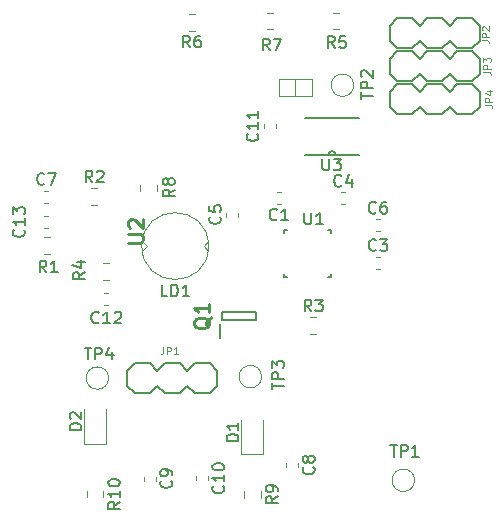
<source format=gto>
G04 #@! TF.GenerationSoftware,KiCad,Pcbnew,(5.1.5)-2*
G04 #@! TF.CreationDate,2020-04-29T22:29:47+05:00*
G04 #@! TF.ProjectId,interferometer,696e7465-7266-4657-926f-6d657465722e,1*
G04 #@! TF.SameCoordinates,Original*
G04 #@! TF.FileFunction,Legend,Top*
G04 #@! TF.FilePolarity,Positive*
%FSLAX46Y46*%
G04 Gerber Fmt 4.6, Leading zero omitted, Abs format (unit mm)*
G04 Created by KiCad (PCBNEW (5.1.5)-2) date 2020-04-29 22:29:47*
%MOMM*%
%LPD*%
G04 APERTURE LIST*
%ADD10C,0.120000*%
%ADD11C,0.152400*%
%ADD12C,0.069200*%
%ADD13C,0.200000*%
%ADD14C,0.100000*%
%ADD15C,0.203200*%
%ADD16C,0.150000*%
%ADD17C,0.254000*%
G04 APERTURE END LIST*
D10*
X161579779Y-91946000D02*
X161254221Y-91946000D01*
X161579779Y-92966000D02*
X161254221Y-92966000D01*
X169636221Y-98427000D02*
X169961779Y-98427000D01*
X169636221Y-97407000D02*
X169961779Y-97407000D01*
X166715221Y-92966000D02*
X167040779Y-92966000D01*
X166715221Y-91946000D02*
X167040779Y-91946000D01*
X157990000Y-94015779D02*
X157990000Y-93690221D01*
X156970000Y-94015779D02*
X156970000Y-93690221D01*
X169636221Y-95252000D02*
X169961779Y-95252000D01*
X169636221Y-94232000D02*
X169961779Y-94232000D01*
X141569221Y-92839000D02*
X141894779Y-92839000D01*
X141569221Y-91819000D02*
X141894779Y-91819000D01*
X162050000Y-114899221D02*
X162050000Y-115224779D01*
X163070000Y-114899221D02*
X163070000Y-115224779D01*
X149985000Y-116049721D02*
X149985000Y-116375279D01*
X151005000Y-116049721D02*
X151005000Y-116375279D01*
X154390000Y-116024721D02*
X154390000Y-116350279D01*
X155410000Y-116024721D02*
X155410000Y-116350279D01*
X161165000Y-86522779D02*
X161165000Y-86197221D01*
X160145000Y-86522779D02*
X160145000Y-86197221D01*
X146649221Y-101475000D02*
X146974779Y-101475000D01*
X146649221Y-100455000D02*
X146974779Y-100455000D01*
X141894779Y-93978000D02*
X141569221Y-93978000D01*
X141894779Y-94998000D02*
X141569221Y-94998000D01*
X160041000Y-114153000D02*
X160041000Y-111268000D01*
X158221000Y-114153000D02*
X160041000Y-114153000D01*
X158221000Y-111268000D02*
X158221000Y-114153000D01*
X146756800Y-113238600D02*
X146756800Y-110353600D01*
X144936800Y-113238600D02*
X146756800Y-113238600D01*
X144936800Y-110353600D02*
X144936800Y-113238600D01*
X165984422Y-78180000D02*
X166501578Y-78180000D01*
X165984422Y-76760000D02*
X166501578Y-76760000D01*
X154309578Y-76887000D02*
X153792422Y-76887000D01*
X154309578Y-78307000D02*
X153792422Y-78307000D01*
X160396422Y-78180000D02*
X160913578Y-78180000D01*
X160396422Y-76760000D02*
X160913578Y-76760000D01*
X149658000Y-91308422D02*
X149658000Y-91825578D01*
X151078000Y-91308422D02*
X151078000Y-91825578D01*
X158497200Y-117292622D02*
X158497200Y-117809778D01*
X159917200Y-117292622D02*
X159917200Y-117809778D01*
X145136800Y-117278922D02*
X145136800Y-117796078D01*
X146556800Y-117278922D02*
X146556800Y-117796078D01*
D11*
X162114860Y-95173800D02*
X161856100Y-95173800D01*
X165843900Y-95432560D02*
X165843900Y-95173800D01*
X165585140Y-99161600D02*
X165843900Y-99161600D01*
X161856100Y-99161600D02*
X162114860Y-99161600D01*
X161856100Y-95173800D02*
X161856100Y-95432560D01*
X165843900Y-95173800D02*
X165585140Y-95173800D01*
X165843900Y-99161600D02*
X165843900Y-98902840D01*
X161856100Y-98902840D02*
X161856100Y-99161600D01*
D12*
X162800000Y-83800000D02*
X162800000Y-82400000D01*
X162800000Y-82400000D02*
X161400000Y-82400000D01*
X161400000Y-82400000D02*
X161400000Y-83800000D01*
X161400000Y-83800000D02*
X164200000Y-83800000D01*
X164200000Y-83800000D02*
X164200000Y-82400000D01*
X164200000Y-82400000D02*
X162800000Y-82400000D01*
D13*
X156410000Y-104290000D02*
X156410000Y-103090000D01*
X159460000Y-102740000D02*
X156560000Y-102740000D01*
X159460000Y-102140000D02*
X159460000Y-102740000D01*
X156560000Y-102140000D02*
X159460000Y-102140000D01*
X156560000Y-102740000D02*
X156560000Y-102140000D01*
D10*
X147000000Y-107696000D02*
G75*
G03X147000000Y-107696000I-950000J0D01*
G01*
X159954000Y-107569000D02*
G75*
G03X159954000Y-107569000I-950000J0D01*
G01*
X167750000Y-82900000D02*
G75*
G03X167750000Y-82900000I-950000J0D01*
G01*
X172910000Y-116350000D02*
G75*
G03X172910000Y-116350000I-950000J0D01*
G01*
X146553422Y-99389000D02*
X147070578Y-99389000D01*
X146553422Y-97969000D02*
X147070578Y-97969000D01*
X164079422Y-103961000D02*
X164596578Y-103961000D01*
X164079422Y-102541000D02*
X164596578Y-102541000D01*
X146054578Y-91619000D02*
X145537422Y-91619000D01*
X146054578Y-93039000D02*
X145537422Y-93039000D01*
X141503922Y-97210000D02*
X142021078Y-97210000D01*
X141503922Y-95790000D02*
X142021078Y-95790000D01*
D11*
X166222799Y-88773000D02*
G75*
G03X165613199Y-88773000I-304800J0D01*
G01*
X163670099Y-88773000D02*
X168165899Y-88773000D01*
X168165899Y-85674200D02*
X163670099Y-85674200D01*
D14*
X150238000Y-96520000D02*
X149838000Y-96120000D01*
X150238000Y-96520000D02*
X149838000Y-96920000D01*
X155038000Y-96520000D02*
X155438000Y-96120000D01*
X155038000Y-96520000D02*
X155438000Y-96920000D01*
X155466427Y-96520000D02*
G75*
G03X155466427Y-96520000I-2828427J0D01*
G01*
D15*
X170815000Y-81915000D02*
X170815000Y-80645000D01*
X176530000Y-80010000D02*
X177800000Y-80010000D01*
X178435000Y-80645000D02*
X177800000Y-80010000D01*
X177800000Y-82550000D02*
X178435000Y-81915000D01*
X178435000Y-81915000D02*
X178435000Y-80645000D01*
X175260000Y-80010000D02*
X175895000Y-80645000D01*
X173990000Y-80010000D02*
X175260000Y-80010000D01*
X173355000Y-80645000D02*
X173990000Y-80010000D01*
X173990000Y-82550000D02*
X173355000Y-81915000D01*
X175260000Y-82550000D02*
X173990000Y-82550000D01*
X175895000Y-81915000D02*
X175260000Y-82550000D01*
X175895000Y-80645000D02*
X176530000Y-80010000D01*
X176530000Y-82550000D02*
X175895000Y-81915000D01*
X177800000Y-82550000D02*
X176530000Y-82550000D01*
X172720000Y-80010000D02*
X173355000Y-80645000D01*
X171450000Y-80010000D02*
X172720000Y-80010000D01*
X170815000Y-80645000D02*
X171450000Y-80010000D01*
X171450000Y-82550000D02*
X170815000Y-81915000D01*
X172720000Y-82550000D02*
X171450000Y-82550000D01*
X173355000Y-81915000D02*
X172720000Y-82550000D01*
X170815000Y-79121000D02*
X170815000Y-77851000D01*
X176530000Y-77216000D02*
X177800000Y-77216000D01*
X178435000Y-77851000D02*
X177800000Y-77216000D01*
X177800000Y-79756000D02*
X178435000Y-79121000D01*
X178435000Y-79121000D02*
X178435000Y-77851000D01*
X175260000Y-77216000D02*
X175895000Y-77851000D01*
X173990000Y-77216000D02*
X175260000Y-77216000D01*
X173355000Y-77851000D02*
X173990000Y-77216000D01*
X173990000Y-79756000D02*
X173355000Y-79121000D01*
X175260000Y-79756000D02*
X173990000Y-79756000D01*
X175895000Y-79121000D02*
X175260000Y-79756000D01*
X175895000Y-77851000D02*
X176530000Y-77216000D01*
X176530000Y-79756000D02*
X175895000Y-79121000D01*
X177800000Y-79756000D02*
X176530000Y-79756000D01*
X172720000Y-77216000D02*
X173355000Y-77851000D01*
X171450000Y-77216000D02*
X172720000Y-77216000D01*
X170815000Y-77851000D02*
X171450000Y-77216000D01*
X171450000Y-79756000D02*
X170815000Y-79121000D01*
X172720000Y-79756000D02*
X171450000Y-79756000D01*
X173355000Y-79121000D02*
X172720000Y-79756000D01*
X148590000Y-108331000D02*
X148590000Y-107061000D01*
X154305000Y-106426000D02*
X155575000Y-106426000D01*
X156210000Y-107061000D02*
X155575000Y-106426000D01*
X155575000Y-108966000D02*
X156210000Y-108331000D01*
X156210000Y-108331000D02*
X156210000Y-107061000D01*
X153035000Y-106426000D02*
X153670000Y-107061000D01*
X151765000Y-106426000D02*
X153035000Y-106426000D01*
X151130000Y-107061000D02*
X151765000Y-106426000D01*
X151765000Y-108966000D02*
X151130000Y-108331000D01*
X153035000Y-108966000D02*
X151765000Y-108966000D01*
X153670000Y-108331000D02*
X153035000Y-108966000D01*
X153670000Y-107061000D02*
X154305000Y-106426000D01*
X154305000Y-108966000D02*
X153670000Y-108331000D01*
X155575000Y-108966000D02*
X154305000Y-108966000D01*
X150495000Y-106426000D02*
X151130000Y-107061000D01*
X149225000Y-106426000D02*
X150495000Y-106426000D01*
X148590000Y-107061000D02*
X149225000Y-106426000D01*
X149225000Y-108966000D02*
X148590000Y-108331000D01*
X150495000Y-108966000D02*
X149225000Y-108966000D01*
X151130000Y-108331000D02*
X150495000Y-108966000D01*
X170815000Y-84709000D02*
X170815000Y-83439000D01*
X176530000Y-82804000D02*
X177800000Y-82804000D01*
X178435000Y-83439000D02*
X177800000Y-82804000D01*
X177800000Y-85344000D02*
X178435000Y-84709000D01*
X178435000Y-84709000D02*
X178435000Y-83439000D01*
X175260000Y-82804000D02*
X175895000Y-83439000D01*
X173990000Y-82804000D02*
X175260000Y-82804000D01*
X173355000Y-83439000D02*
X173990000Y-82804000D01*
X173990000Y-85344000D02*
X173355000Y-84709000D01*
X175260000Y-85344000D02*
X173990000Y-85344000D01*
X175895000Y-84709000D02*
X175260000Y-85344000D01*
X175895000Y-83439000D02*
X176530000Y-82804000D01*
X176530000Y-85344000D02*
X175895000Y-84709000D01*
X177800000Y-85344000D02*
X176530000Y-85344000D01*
X172720000Y-82804000D02*
X173355000Y-83439000D01*
X171450000Y-82804000D02*
X172720000Y-82804000D01*
X170815000Y-83439000D02*
X171450000Y-82804000D01*
X171450000Y-85344000D02*
X170815000Y-84709000D01*
X172720000Y-85344000D02*
X171450000Y-85344000D01*
X173355000Y-84709000D02*
X172720000Y-85344000D01*
D16*
X161250333Y-94243142D02*
X161202714Y-94290761D01*
X161059857Y-94338380D01*
X160964619Y-94338380D01*
X160821761Y-94290761D01*
X160726523Y-94195523D01*
X160678904Y-94100285D01*
X160631285Y-93909809D01*
X160631285Y-93766952D01*
X160678904Y-93576476D01*
X160726523Y-93481238D01*
X160821761Y-93386000D01*
X160964619Y-93338380D01*
X161059857Y-93338380D01*
X161202714Y-93386000D01*
X161250333Y-93433619D01*
X162202714Y-94338380D02*
X161631285Y-94338380D01*
X161917000Y-94338380D02*
X161917000Y-93338380D01*
X161821761Y-93481238D01*
X161726523Y-93576476D01*
X161631285Y-93624095D01*
X169632333Y-96844142D02*
X169584714Y-96891761D01*
X169441857Y-96939380D01*
X169346619Y-96939380D01*
X169203761Y-96891761D01*
X169108523Y-96796523D01*
X169060904Y-96701285D01*
X169013285Y-96510809D01*
X169013285Y-96367952D01*
X169060904Y-96177476D01*
X169108523Y-96082238D01*
X169203761Y-95987000D01*
X169346619Y-95939380D01*
X169441857Y-95939380D01*
X169584714Y-95987000D01*
X169632333Y-96034619D01*
X169965666Y-95939380D02*
X170584714Y-95939380D01*
X170251380Y-96320333D01*
X170394238Y-96320333D01*
X170489476Y-96367952D01*
X170537095Y-96415571D01*
X170584714Y-96510809D01*
X170584714Y-96748904D01*
X170537095Y-96844142D01*
X170489476Y-96891761D01*
X170394238Y-96939380D01*
X170108523Y-96939380D01*
X170013285Y-96891761D01*
X169965666Y-96844142D01*
X166711333Y-91383142D02*
X166663714Y-91430761D01*
X166520857Y-91478380D01*
X166425619Y-91478380D01*
X166282761Y-91430761D01*
X166187523Y-91335523D01*
X166139904Y-91240285D01*
X166092285Y-91049809D01*
X166092285Y-90906952D01*
X166139904Y-90716476D01*
X166187523Y-90621238D01*
X166282761Y-90526000D01*
X166425619Y-90478380D01*
X166520857Y-90478380D01*
X166663714Y-90526000D01*
X166711333Y-90573619D01*
X167568476Y-90811714D02*
X167568476Y-91478380D01*
X167330380Y-90430761D02*
X167092285Y-91145047D01*
X167711333Y-91145047D01*
X156407142Y-94019666D02*
X156454761Y-94067285D01*
X156502380Y-94210142D01*
X156502380Y-94305380D01*
X156454761Y-94448238D01*
X156359523Y-94543476D01*
X156264285Y-94591095D01*
X156073809Y-94638714D01*
X155930952Y-94638714D01*
X155740476Y-94591095D01*
X155645238Y-94543476D01*
X155550000Y-94448238D01*
X155502380Y-94305380D01*
X155502380Y-94210142D01*
X155550000Y-94067285D01*
X155597619Y-94019666D01*
X155502380Y-93114904D02*
X155502380Y-93591095D01*
X155978571Y-93638714D01*
X155930952Y-93591095D01*
X155883333Y-93495857D01*
X155883333Y-93257761D01*
X155930952Y-93162523D01*
X155978571Y-93114904D01*
X156073809Y-93067285D01*
X156311904Y-93067285D01*
X156407142Y-93114904D01*
X156454761Y-93162523D01*
X156502380Y-93257761D01*
X156502380Y-93495857D01*
X156454761Y-93591095D01*
X156407142Y-93638714D01*
X169632333Y-93669142D02*
X169584714Y-93716761D01*
X169441857Y-93764380D01*
X169346619Y-93764380D01*
X169203761Y-93716761D01*
X169108523Y-93621523D01*
X169060904Y-93526285D01*
X169013285Y-93335809D01*
X169013285Y-93192952D01*
X169060904Y-93002476D01*
X169108523Y-92907238D01*
X169203761Y-92812000D01*
X169346619Y-92764380D01*
X169441857Y-92764380D01*
X169584714Y-92812000D01*
X169632333Y-92859619D01*
X170489476Y-92764380D02*
X170299000Y-92764380D01*
X170203761Y-92812000D01*
X170156142Y-92859619D01*
X170060904Y-93002476D01*
X170013285Y-93192952D01*
X170013285Y-93573904D01*
X170060904Y-93669142D01*
X170108523Y-93716761D01*
X170203761Y-93764380D01*
X170394238Y-93764380D01*
X170489476Y-93716761D01*
X170537095Y-93669142D01*
X170584714Y-93573904D01*
X170584714Y-93335809D01*
X170537095Y-93240571D01*
X170489476Y-93192952D01*
X170394238Y-93145333D01*
X170203761Y-93145333D01*
X170108523Y-93192952D01*
X170060904Y-93240571D01*
X170013285Y-93335809D01*
X141565333Y-91256142D02*
X141517714Y-91303761D01*
X141374857Y-91351380D01*
X141279619Y-91351380D01*
X141136761Y-91303761D01*
X141041523Y-91208523D01*
X140993904Y-91113285D01*
X140946285Y-90922809D01*
X140946285Y-90779952D01*
X140993904Y-90589476D01*
X141041523Y-90494238D01*
X141136761Y-90399000D01*
X141279619Y-90351380D01*
X141374857Y-90351380D01*
X141517714Y-90399000D01*
X141565333Y-90446619D01*
X141898666Y-90351380D02*
X142565333Y-90351380D01*
X142136761Y-91351380D01*
X164347142Y-115228666D02*
X164394761Y-115276285D01*
X164442380Y-115419142D01*
X164442380Y-115514380D01*
X164394761Y-115657238D01*
X164299523Y-115752476D01*
X164204285Y-115800095D01*
X164013809Y-115847714D01*
X163870952Y-115847714D01*
X163680476Y-115800095D01*
X163585238Y-115752476D01*
X163490000Y-115657238D01*
X163442380Y-115514380D01*
X163442380Y-115419142D01*
X163490000Y-115276285D01*
X163537619Y-115228666D01*
X163870952Y-114657238D02*
X163823333Y-114752476D01*
X163775714Y-114800095D01*
X163680476Y-114847714D01*
X163632857Y-114847714D01*
X163537619Y-114800095D01*
X163490000Y-114752476D01*
X163442380Y-114657238D01*
X163442380Y-114466761D01*
X163490000Y-114371523D01*
X163537619Y-114323904D01*
X163632857Y-114276285D01*
X163680476Y-114276285D01*
X163775714Y-114323904D01*
X163823333Y-114371523D01*
X163870952Y-114466761D01*
X163870952Y-114657238D01*
X163918571Y-114752476D01*
X163966190Y-114800095D01*
X164061428Y-114847714D01*
X164251904Y-114847714D01*
X164347142Y-114800095D01*
X164394761Y-114752476D01*
X164442380Y-114657238D01*
X164442380Y-114466761D01*
X164394761Y-114371523D01*
X164347142Y-114323904D01*
X164251904Y-114276285D01*
X164061428Y-114276285D01*
X163966190Y-114323904D01*
X163918571Y-114371523D01*
X163870952Y-114466761D01*
X152282142Y-116379166D02*
X152329761Y-116426785D01*
X152377380Y-116569642D01*
X152377380Y-116664880D01*
X152329761Y-116807738D01*
X152234523Y-116902976D01*
X152139285Y-116950595D01*
X151948809Y-116998214D01*
X151805952Y-116998214D01*
X151615476Y-116950595D01*
X151520238Y-116902976D01*
X151425000Y-116807738D01*
X151377380Y-116664880D01*
X151377380Y-116569642D01*
X151425000Y-116426785D01*
X151472619Y-116379166D01*
X152377380Y-115902976D02*
X152377380Y-115712500D01*
X152329761Y-115617261D01*
X152282142Y-115569642D01*
X152139285Y-115474404D01*
X151948809Y-115426785D01*
X151567857Y-115426785D01*
X151472619Y-115474404D01*
X151425000Y-115522023D01*
X151377380Y-115617261D01*
X151377380Y-115807738D01*
X151425000Y-115902976D01*
X151472619Y-115950595D01*
X151567857Y-115998214D01*
X151805952Y-115998214D01*
X151901190Y-115950595D01*
X151948809Y-115902976D01*
X151996428Y-115807738D01*
X151996428Y-115617261D01*
X151948809Y-115522023D01*
X151901190Y-115474404D01*
X151805952Y-115426785D01*
X156687142Y-116830357D02*
X156734761Y-116877976D01*
X156782380Y-117020833D01*
X156782380Y-117116071D01*
X156734761Y-117258928D01*
X156639523Y-117354166D01*
X156544285Y-117401785D01*
X156353809Y-117449404D01*
X156210952Y-117449404D01*
X156020476Y-117401785D01*
X155925238Y-117354166D01*
X155830000Y-117258928D01*
X155782380Y-117116071D01*
X155782380Y-117020833D01*
X155830000Y-116877976D01*
X155877619Y-116830357D01*
X156782380Y-115877976D02*
X156782380Y-116449404D01*
X156782380Y-116163690D02*
X155782380Y-116163690D01*
X155925238Y-116258928D01*
X156020476Y-116354166D01*
X156068095Y-116449404D01*
X155782380Y-115258928D02*
X155782380Y-115163690D01*
X155830000Y-115068452D01*
X155877619Y-115020833D01*
X155972857Y-114973214D01*
X156163333Y-114925595D01*
X156401428Y-114925595D01*
X156591904Y-114973214D01*
X156687142Y-115020833D01*
X156734761Y-115068452D01*
X156782380Y-115163690D01*
X156782380Y-115258928D01*
X156734761Y-115354166D01*
X156687142Y-115401785D01*
X156591904Y-115449404D01*
X156401428Y-115497023D01*
X156163333Y-115497023D01*
X155972857Y-115449404D01*
X155877619Y-115401785D01*
X155830000Y-115354166D01*
X155782380Y-115258928D01*
X159582142Y-87002857D02*
X159629761Y-87050476D01*
X159677380Y-87193333D01*
X159677380Y-87288571D01*
X159629761Y-87431428D01*
X159534523Y-87526666D01*
X159439285Y-87574285D01*
X159248809Y-87621904D01*
X159105952Y-87621904D01*
X158915476Y-87574285D01*
X158820238Y-87526666D01*
X158725000Y-87431428D01*
X158677380Y-87288571D01*
X158677380Y-87193333D01*
X158725000Y-87050476D01*
X158772619Y-87002857D01*
X159677380Y-86050476D02*
X159677380Y-86621904D01*
X159677380Y-86336190D02*
X158677380Y-86336190D01*
X158820238Y-86431428D01*
X158915476Y-86526666D01*
X158963095Y-86621904D01*
X159677380Y-85098095D02*
X159677380Y-85669523D01*
X159677380Y-85383809D02*
X158677380Y-85383809D01*
X158820238Y-85479047D01*
X158915476Y-85574285D01*
X158963095Y-85669523D01*
X146169142Y-102973142D02*
X146121523Y-103020761D01*
X145978666Y-103068380D01*
X145883428Y-103068380D01*
X145740571Y-103020761D01*
X145645333Y-102925523D01*
X145597714Y-102830285D01*
X145550095Y-102639809D01*
X145550095Y-102496952D01*
X145597714Y-102306476D01*
X145645333Y-102211238D01*
X145740571Y-102116000D01*
X145883428Y-102068380D01*
X145978666Y-102068380D01*
X146121523Y-102116000D01*
X146169142Y-102163619D01*
X147121523Y-103068380D02*
X146550095Y-103068380D01*
X146835809Y-103068380D02*
X146835809Y-102068380D01*
X146740571Y-102211238D01*
X146645333Y-102306476D01*
X146550095Y-102354095D01*
X147502476Y-102163619D02*
X147550095Y-102116000D01*
X147645333Y-102068380D01*
X147883428Y-102068380D01*
X147978666Y-102116000D01*
X148026285Y-102163619D01*
X148073904Y-102258857D01*
X148073904Y-102354095D01*
X148026285Y-102496952D01*
X147454857Y-103068380D01*
X148073904Y-103068380D01*
X139803142Y-95130857D02*
X139850761Y-95178476D01*
X139898380Y-95321333D01*
X139898380Y-95416571D01*
X139850761Y-95559428D01*
X139755523Y-95654666D01*
X139660285Y-95702285D01*
X139469809Y-95749904D01*
X139326952Y-95749904D01*
X139136476Y-95702285D01*
X139041238Y-95654666D01*
X138946000Y-95559428D01*
X138898380Y-95416571D01*
X138898380Y-95321333D01*
X138946000Y-95178476D01*
X138993619Y-95130857D01*
X139898380Y-94178476D02*
X139898380Y-94749904D01*
X139898380Y-94464190D02*
X138898380Y-94464190D01*
X139041238Y-94559428D01*
X139136476Y-94654666D01*
X139184095Y-94749904D01*
X138898380Y-93845142D02*
X138898380Y-93226095D01*
X139279333Y-93559428D01*
X139279333Y-93416571D01*
X139326952Y-93321333D01*
X139374571Y-93273714D01*
X139469809Y-93226095D01*
X139707904Y-93226095D01*
X139803142Y-93273714D01*
X139850761Y-93321333D01*
X139898380Y-93416571D01*
X139898380Y-93702285D01*
X139850761Y-93797523D01*
X139803142Y-93845142D01*
X157983380Y-113006095D02*
X156983380Y-113006095D01*
X156983380Y-112768000D01*
X157031000Y-112625142D01*
X157126238Y-112529904D01*
X157221476Y-112482285D01*
X157411952Y-112434666D01*
X157554809Y-112434666D01*
X157745285Y-112482285D01*
X157840523Y-112529904D01*
X157935761Y-112625142D01*
X157983380Y-112768000D01*
X157983380Y-113006095D01*
X157983380Y-111482285D02*
X157983380Y-112053714D01*
X157983380Y-111768000D02*
X156983380Y-111768000D01*
X157126238Y-111863238D01*
X157221476Y-111958476D01*
X157269095Y-112053714D01*
X144699180Y-112091695D02*
X143699180Y-112091695D01*
X143699180Y-111853600D01*
X143746800Y-111710742D01*
X143842038Y-111615504D01*
X143937276Y-111567885D01*
X144127752Y-111520266D01*
X144270609Y-111520266D01*
X144461085Y-111567885D01*
X144556323Y-111615504D01*
X144651561Y-111710742D01*
X144699180Y-111853600D01*
X144699180Y-112091695D01*
X143794419Y-111139314D02*
X143746800Y-111091695D01*
X143699180Y-110996457D01*
X143699180Y-110758361D01*
X143746800Y-110663123D01*
X143794419Y-110615504D01*
X143889657Y-110567885D01*
X143984895Y-110567885D01*
X144127752Y-110615504D01*
X144699180Y-111186933D01*
X144699180Y-110567885D01*
X166133333Y-79752380D02*
X165800000Y-79276190D01*
X165561904Y-79752380D02*
X165561904Y-78752380D01*
X165942857Y-78752380D01*
X166038095Y-78800000D01*
X166085714Y-78847619D01*
X166133333Y-78942857D01*
X166133333Y-79085714D01*
X166085714Y-79180952D01*
X166038095Y-79228571D01*
X165942857Y-79276190D01*
X165561904Y-79276190D01*
X167038095Y-78752380D02*
X166561904Y-78752380D01*
X166514285Y-79228571D01*
X166561904Y-79180952D01*
X166657142Y-79133333D01*
X166895238Y-79133333D01*
X166990476Y-79180952D01*
X167038095Y-79228571D01*
X167085714Y-79323809D01*
X167085714Y-79561904D01*
X167038095Y-79657142D01*
X166990476Y-79704761D01*
X166895238Y-79752380D01*
X166657142Y-79752380D01*
X166561904Y-79704761D01*
X166514285Y-79657142D01*
X153884333Y-79699380D02*
X153551000Y-79223190D01*
X153312904Y-79699380D02*
X153312904Y-78699380D01*
X153693857Y-78699380D01*
X153789095Y-78747000D01*
X153836714Y-78794619D01*
X153884333Y-78889857D01*
X153884333Y-79032714D01*
X153836714Y-79127952D01*
X153789095Y-79175571D01*
X153693857Y-79223190D01*
X153312904Y-79223190D01*
X154741476Y-78699380D02*
X154551000Y-78699380D01*
X154455761Y-78747000D01*
X154408142Y-78794619D01*
X154312904Y-78937476D01*
X154265285Y-79127952D01*
X154265285Y-79508904D01*
X154312904Y-79604142D01*
X154360523Y-79651761D01*
X154455761Y-79699380D01*
X154646238Y-79699380D01*
X154741476Y-79651761D01*
X154789095Y-79604142D01*
X154836714Y-79508904D01*
X154836714Y-79270809D01*
X154789095Y-79175571D01*
X154741476Y-79127952D01*
X154646238Y-79080333D01*
X154455761Y-79080333D01*
X154360523Y-79127952D01*
X154312904Y-79175571D01*
X154265285Y-79270809D01*
X160633333Y-79952380D02*
X160300000Y-79476190D01*
X160061904Y-79952380D02*
X160061904Y-78952380D01*
X160442857Y-78952380D01*
X160538095Y-79000000D01*
X160585714Y-79047619D01*
X160633333Y-79142857D01*
X160633333Y-79285714D01*
X160585714Y-79380952D01*
X160538095Y-79428571D01*
X160442857Y-79476190D01*
X160061904Y-79476190D01*
X160966666Y-78952380D02*
X161633333Y-78952380D01*
X161204761Y-79952380D01*
X152598380Y-91733666D02*
X152122190Y-92067000D01*
X152598380Y-92305095D02*
X151598380Y-92305095D01*
X151598380Y-91924142D01*
X151646000Y-91828904D01*
X151693619Y-91781285D01*
X151788857Y-91733666D01*
X151931714Y-91733666D01*
X152026952Y-91781285D01*
X152074571Y-91828904D01*
X152122190Y-91924142D01*
X152122190Y-92305095D01*
X152026952Y-91162238D02*
X151979333Y-91257476D01*
X151931714Y-91305095D01*
X151836476Y-91352714D01*
X151788857Y-91352714D01*
X151693619Y-91305095D01*
X151646000Y-91257476D01*
X151598380Y-91162238D01*
X151598380Y-90971761D01*
X151646000Y-90876523D01*
X151693619Y-90828904D01*
X151788857Y-90781285D01*
X151836476Y-90781285D01*
X151931714Y-90828904D01*
X151979333Y-90876523D01*
X152026952Y-90971761D01*
X152026952Y-91162238D01*
X152074571Y-91257476D01*
X152122190Y-91305095D01*
X152217428Y-91352714D01*
X152407904Y-91352714D01*
X152503142Y-91305095D01*
X152550761Y-91257476D01*
X152598380Y-91162238D01*
X152598380Y-90971761D01*
X152550761Y-90876523D01*
X152503142Y-90828904D01*
X152407904Y-90781285D01*
X152217428Y-90781285D01*
X152122190Y-90828904D01*
X152074571Y-90876523D01*
X152026952Y-90971761D01*
X161309580Y-117717866D02*
X160833390Y-118051200D01*
X161309580Y-118289295D02*
X160309580Y-118289295D01*
X160309580Y-117908342D01*
X160357200Y-117813104D01*
X160404819Y-117765485D01*
X160500057Y-117717866D01*
X160642914Y-117717866D01*
X160738152Y-117765485D01*
X160785771Y-117813104D01*
X160833390Y-117908342D01*
X160833390Y-118289295D01*
X161309580Y-117241676D02*
X161309580Y-117051200D01*
X161261961Y-116955961D01*
X161214342Y-116908342D01*
X161071485Y-116813104D01*
X160881009Y-116765485D01*
X160500057Y-116765485D01*
X160404819Y-116813104D01*
X160357200Y-116860723D01*
X160309580Y-116955961D01*
X160309580Y-117146438D01*
X160357200Y-117241676D01*
X160404819Y-117289295D01*
X160500057Y-117336914D01*
X160738152Y-117336914D01*
X160833390Y-117289295D01*
X160881009Y-117241676D01*
X160928628Y-117146438D01*
X160928628Y-116955961D01*
X160881009Y-116860723D01*
X160833390Y-116813104D01*
X160738152Y-116765485D01*
X147949180Y-118180357D02*
X147472990Y-118513690D01*
X147949180Y-118751785D02*
X146949180Y-118751785D01*
X146949180Y-118370833D01*
X146996800Y-118275595D01*
X147044419Y-118227976D01*
X147139657Y-118180357D01*
X147282514Y-118180357D01*
X147377752Y-118227976D01*
X147425371Y-118275595D01*
X147472990Y-118370833D01*
X147472990Y-118751785D01*
X147949180Y-117227976D02*
X147949180Y-117799404D01*
X147949180Y-117513690D02*
X146949180Y-117513690D01*
X147092038Y-117608928D01*
X147187276Y-117704166D01*
X147234895Y-117799404D01*
X146949180Y-116608928D02*
X146949180Y-116513690D01*
X146996800Y-116418452D01*
X147044419Y-116370833D01*
X147139657Y-116323214D01*
X147330133Y-116275595D01*
X147568228Y-116275595D01*
X147758704Y-116323214D01*
X147853942Y-116370833D01*
X147901561Y-116418452D01*
X147949180Y-116513690D01*
X147949180Y-116608928D01*
X147901561Y-116704166D01*
X147853942Y-116751785D01*
X147758704Y-116799404D01*
X147568228Y-116847023D01*
X147330133Y-116847023D01*
X147139657Y-116799404D01*
X147044419Y-116751785D01*
X146996800Y-116704166D01*
X146949180Y-116608928D01*
X163576095Y-93686380D02*
X163576095Y-94495904D01*
X163623714Y-94591142D01*
X163671333Y-94638761D01*
X163766571Y-94686380D01*
X163957047Y-94686380D01*
X164052285Y-94638761D01*
X164099904Y-94591142D01*
X164147523Y-94495904D01*
X164147523Y-93686380D01*
X165147523Y-94686380D02*
X164576095Y-94686380D01*
X164861809Y-94686380D02*
X164861809Y-93686380D01*
X164766571Y-93829238D01*
X164671333Y-93924476D01*
X164576095Y-93972095D01*
D17*
X148656523Y-96217619D02*
X149684619Y-96217619D01*
X149805571Y-96157142D01*
X149866047Y-96096666D01*
X149926523Y-95975714D01*
X149926523Y-95733809D01*
X149866047Y-95612857D01*
X149805571Y-95552380D01*
X149684619Y-95491904D01*
X148656523Y-95491904D01*
X148777476Y-94947619D02*
X148717000Y-94887142D01*
X148656523Y-94766190D01*
X148656523Y-94463809D01*
X148717000Y-94342857D01*
X148777476Y-94282380D01*
X148898428Y-94221904D01*
X149019380Y-94221904D01*
X149200809Y-94282380D01*
X149926523Y-95008095D01*
X149926523Y-94221904D01*
X155635476Y-102560952D02*
X155575000Y-102681904D01*
X155454047Y-102802857D01*
X155272619Y-102984285D01*
X155212142Y-103105238D01*
X155212142Y-103226190D01*
X155514523Y-103165714D02*
X155454047Y-103286666D01*
X155333095Y-103407619D01*
X155091190Y-103468095D01*
X154667857Y-103468095D01*
X154425952Y-103407619D01*
X154305000Y-103286666D01*
X154244523Y-103165714D01*
X154244523Y-102923809D01*
X154305000Y-102802857D01*
X154425952Y-102681904D01*
X154667857Y-102621428D01*
X155091190Y-102621428D01*
X155333095Y-102681904D01*
X155454047Y-102802857D01*
X155514523Y-102923809D01*
X155514523Y-103165714D01*
X155514523Y-101411904D02*
X155514523Y-102137619D01*
X155514523Y-101774761D02*
X154244523Y-101774761D01*
X154425952Y-101895714D01*
X154546904Y-102016666D01*
X154607380Y-102137619D01*
D16*
X144965095Y-105116380D02*
X145536523Y-105116380D01*
X145250809Y-106116380D02*
X145250809Y-105116380D01*
X145869857Y-106116380D02*
X145869857Y-105116380D01*
X146250809Y-105116380D01*
X146346047Y-105164000D01*
X146393666Y-105211619D01*
X146441285Y-105306857D01*
X146441285Y-105449714D01*
X146393666Y-105544952D01*
X146346047Y-105592571D01*
X146250809Y-105640190D01*
X145869857Y-105640190D01*
X147298428Y-105449714D02*
X147298428Y-106116380D01*
X147060333Y-105068761D02*
X146822238Y-105783047D01*
X147441285Y-105783047D01*
X160852380Y-108661904D02*
X160852380Y-108090476D01*
X161852380Y-108376190D02*
X160852380Y-108376190D01*
X161852380Y-107757142D02*
X160852380Y-107757142D01*
X160852380Y-107376190D01*
X160900000Y-107280952D01*
X160947619Y-107233333D01*
X161042857Y-107185714D01*
X161185714Y-107185714D01*
X161280952Y-107233333D01*
X161328571Y-107280952D01*
X161376190Y-107376190D01*
X161376190Y-107757142D01*
X160852380Y-106852380D02*
X160852380Y-106233333D01*
X161233333Y-106566666D01*
X161233333Y-106423809D01*
X161280952Y-106328571D01*
X161328571Y-106280952D01*
X161423809Y-106233333D01*
X161661904Y-106233333D01*
X161757142Y-106280952D01*
X161804761Y-106328571D01*
X161852380Y-106423809D01*
X161852380Y-106709523D01*
X161804761Y-106804761D01*
X161757142Y-106852380D01*
X168362380Y-84065904D02*
X168362380Y-83494476D01*
X169362380Y-83780190D02*
X168362380Y-83780190D01*
X169362380Y-83161142D02*
X168362380Y-83161142D01*
X168362380Y-82780190D01*
X168410000Y-82684952D01*
X168457619Y-82637333D01*
X168552857Y-82589714D01*
X168695714Y-82589714D01*
X168790952Y-82637333D01*
X168838571Y-82684952D01*
X168886190Y-82780190D01*
X168886190Y-83161142D01*
X168457619Y-82208761D02*
X168410000Y-82161142D01*
X168362380Y-82065904D01*
X168362380Y-81827809D01*
X168410000Y-81732571D01*
X168457619Y-81684952D01*
X168552857Y-81637333D01*
X168648095Y-81637333D01*
X168790952Y-81684952D01*
X169362380Y-82256380D01*
X169362380Y-81637333D01*
X170838095Y-113352380D02*
X171409523Y-113352380D01*
X171123809Y-114352380D02*
X171123809Y-113352380D01*
X171742857Y-114352380D02*
X171742857Y-113352380D01*
X172123809Y-113352380D01*
X172219047Y-113400000D01*
X172266666Y-113447619D01*
X172314285Y-113542857D01*
X172314285Y-113685714D01*
X172266666Y-113780952D01*
X172219047Y-113828571D01*
X172123809Y-113876190D01*
X171742857Y-113876190D01*
X173266666Y-114352380D02*
X172695238Y-114352380D01*
X172980952Y-114352380D02*
X172980952Y-113352380D01*
X172885714Y-113495238D01*
X172790476Y-113590476D01*
X172695238Y-113638095D01*
X144978380Y-98718666D02*
X144502190Y-99052000D01*
X144978380Y-99290095D02*
X143978380Y-99290095D01*
X143978380Y-98909142D01*
X144026000Y-98813904D01*
X144073619Y-98766285D01*
X144168857Y-98718666D01*
X144311714Y-98718666D01*
X144406952Y-98766285D01*
X144454571Y-98813904D01*
X144502190Y-98909142D01*
X144502190Y-99290095D01*
X144311714Y-97861523D02*
X144978380Y-97861523D01*
X143930761Y-98099619D02*
X144645047Y-98337714D01*
X144645047Y-97718666D01*
X164171333Y-102053380D02*
X163838000Y-101577190D01*
X163599904Y-102053380D02*
X163599904Y-101053380D01*
X163980857Y-101053380D01*
X164076095Y-101101000D01*
X164123714Y-101148619D01*
X164171333Y-101243857D01*
X164171333Y-101386714D01*
X164123714Y-101481952D01*
X164076095Y-101529571D01*
X163980857Y-101577190D01*
X163599904Y-101577190D01*
X164504666Y-101053380D02*
X165123714Y-101053380D01*
X164790380Y-101434333D01*
X164933238Y-101434333D01*
X165028476Y-101481952D01*
X165076095Y-101529571D01*
X165123714Y-101624809D01*
X165123714Y-101862904D01*
X165076095Y-101958142D01*
X165028476Y-102005761D01*
X164933238Y-102053380D01*
X164647523Y-102053380D01*
X164552285Y-102005761D01*
X164504666Y-101958142D01*
X145629333Y-91130380D02*
X145296000Y-90654190D01*
X145057904Y-91130380D02*
X145057904Y-90130380D01*
X145438857Y-90130380D01*
X145534095Y-90178000D01*
X145581714Y-90225619D01*
X145629333Y-90320857D01*
X145629333Y-90463714D01*
X145581714Y-90558952D01*
X145534095Y-90606571D01*
X145438857Y-90654190D01*
X145057904Y-90654190D01*
X146010285Y-90225619D02*
X146057904Y-90178000D01*
X146153142Y-90130380D01*
X146391238Y-90130380D01*
X146486476Y-90178000D01*
X146534095Y-90225619D01*
X146581714Y-90320857D01*
X146581714Y-90416095D01*
X146534095Y-90558952D01*
X145962666Y-91130380D01*
X146581714Y-91130380D01*
X141733333Y-98752380D02*
X141400000Y-98276190D01*
X141161904Y-98752380D02*
X141161904Y-97752380D01*
X141542857Y-97752380D01*
X141638095Y-97800000D01*
X141685714Y-97847619D01*
X141733333Y-97942857D01*
X141733333Y-98085714D01*
X141685714Y-98180952D01*
X141638095Y-98228571D01*
X141542857Y-98276190D01*
X141161904Y-98276190D01*
X142685714Y-98752380D02*
X142114285Y-98752380D01*
X142400000Y-98752380D02*
X142400000Y-97752380D01*
X142304761Y-97895238D01*
X142209523Y-97990476D01*
X142114285Y-98038095D01*
X165100095Y-89114380D02*
X165100095Y-89923904D01*
X165147714Y-90019142D01*
X165195333Y-90066761D01*
X165290571Y-90114380D01*
X165481047Y-90114380D01*
X165576285Y-90066761D01*
X165623904Y-90019142D01*
X165671523Y-89923904D01*
X165671523Y-89114380D01*
X166052476Y-89114380D02*
X166671523Y-89114380D01*
X166338190Y-89495333D01*
X166481047Y-89495333D01*
X166576285Y-89542952D01*
X166623904Y-89590571D01*
X166671523Y-89685809D01*
X166671523Y-89923904D01*
X166623904Y-90019142D01*
X166576285Y-90066761D01*
X166481047Y-90114380D01*
X166195333Y-90114380D01*
X166100095Y-90066761D01*
X166052476Y-90019142D01*
X151971333Y-100782380D02*
X151495142Y-100782380D01*
X151495142Y-99782380D01*
X152304666Y-100782380D02*
X152304666Y-99782380D01*
X152542761Y-99782380D01*
X152685619Y-99830000D01*
X152780857Y-99925238D01*
X152828476Y-100020476D01*
X152876095Y-100210952D01*
X152876095Y-100353809D01*
X152828476Y-100544285D01*
X152780857Y-100639523D01*
X152685619Y-100734761D01*
X152542761Y-100782380D01*
X152304666Y-100782380D01*
X153828476Y-100782380D02*
X153257047Y-100782380D01*
X153542761Y-100782380D02*
X153542761Y-99782380D01*
X153447523Y-99925238D01*
X153352285Y-100020476D01*
X153257047Y-100068095D01*
D14*
X178741428Y-81780000D02*
X179170000Y-81780000D01*
X179255714Y-81808571D01*
X179312857Y-81865714D01*
X179341428Y-81951428D01*
X179341428Y-82008571D01*
X179341428Y-81494285D02*
X178741428Y-81494285D01*
X178741428Y-81265714D01*
X178770000Y-81208571D01*
X178798571Y-81180000D01*
X178855714Y-81151428D01*
X178941428Y-81151428D01*
X178998571Y-81180000D01*
X179027142Y-81208571D01*
X179055714Y-81265714D01*
X179055714Y-81494285D01*
X178741428Y-80951428D02*
X178741428Y-80580000D01*
X178970000Y-80780000D01*
X178970000Y-80694285D01*
X178998571Y-80637142D01*
X179027142Y-80608571D01*
X179084285Y-80580000D01*
X179227142Y-80580000D01*
X179284285Y-80608571D01*
X179312857Y-80637142D01*
X179341428Y-80694285D01*
X179341428Y-80865714D01*
X179312857Y-80922857D01*
X179284285Y-80951428D01*
X178614428Y-79113000D02*
X179043000Y-79113000D01*
X179128714Y-79141571D01*
X179185857Y-79198714D01*
X179214428Y-79284428D01*
X179214428Y-79341571D01*
X179214428Y-78827285D02*
X178614428Y-78827285D01*
X178614428Y-78598714D01*
X178643000Y-78541571D01*
X178671571Y-78513000D01*
X178728714Y-78484428D01*
X178814428Y-78484428D01*
X178871571Y-78513000D01*
X178900142Y-78541571D01*
X178928714Y-78598714D01*
X178928714Y-78827285D01*
X178671571Y-78255857D02*
X178643000Y-78227285D01*
X178614428Y-78170142D01*
X178614428Y-78027285D01*
X178643000Y-77970142D01*
X178671571Y-77941571D01*
X178728714Y-77913000D01*
X178785857Y-77913000D01*
X178871571Y-77941571D01*
X179214428Y-78284428D01*
X179214428Y-77913000D01*
X151646000Y-105081428D02*
X151646000Y-105510000D01*
X151617428Y-105595714D01*
X151560285Y-105652857D01*
X151474571Y-105681428D01*
X151417428Y-105681428D01*
X151931714Y-105681428D02*
X151931714Y-105081428D01*
X152160285Y-105081428D01*
X152217428Y-105110000D01*
X152246000Y-105138571D01*
X152274571Y-105195714D01*
X152274571Y-105281428D01*
X152246000Y-105338571D01*
X152217428Y-105367142D01*
X152160285Y-105395714D01*
X151931714Y-105395714D01*
X152846000Y-105681428D02*
X152503142Y-105681428D01*
X152674571Y-105681428D02*
X152674571Y-105081428D01*
X152617428Y-105167142D01*
X152560285Y-105224285D01*
X152503142Y-105252857D01*
X178868428Y-84574000D02*
X179297000Y-84574000D01*
X179382714Y-84602571D01*
X179439857Y-84659714D01*
X179468428Y-84745428D01*
X179468428Y-84802571D01*
X179468428Y-84288285D02*
X178868428Y-84288285D01*
X178868428Y-84059714D01*
X178897000Y-84002571D01*
X178925571Y-83974000D01*
X178982714Y-83945428D01*
X179068428Y-83945428D01*
X179125571Y-83974000D01*
X179154142Y-84002571D01*
X179182714Y-84059714D01*
X179182714Y-84288285D01*
X179068428Y-83431142D02*
X179468428Y-83431142D01*
X178839857Y-83574000D02*
X179268428Y-83716857D01*
X179268428Y-83345428D01*
M02*

</source>
